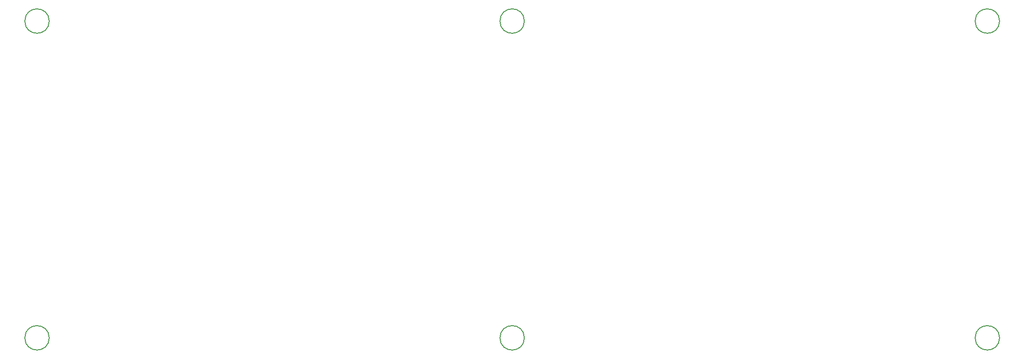
<source format=gbr>
%TF.GenerationSoftware,KiCad,Pcbnew,7.0.10*%
%TF.CreationDate,2024-03-15T21:20:40+01:00*%
%TF.ProjectId,katana60-pro-plate,6b617461-6e61-4363-902d-70726f2d706c,rev?*%
%TF.SameCoordinates,Original*%
%TF.FileFunction,Other,Comment*%
%FSLAX46Y46*%
G04 Gerber Fmt 4.6, Leading zero omitted, Abs format (unit mm)*
G04 Created by KiCad (PCBNEW 7.0.10) date 2024-03-15 21:20:40*
%MOMM*%
%LPD*%
G01*
G04 APERTURE LIST*
%ADD10C,0.150000*%
G04 APERTURE END LIST*
D10*
%TO.C,H6*%
X294300000Y-147637500D02*
G75*
G03*
X289900000Y-147637500I-2200000J0D01*
G01*
X289900000Y-147637500D02*
G75*
G03*
X294300000Y-147637500I2200000J0D01*
G01*
%TO.C,H1*%
X122850000Y-90487500D02*
G75*
G03*
X118450000Y-90487500I-2200000J0D01*
G01*
X118450000Y-90487500D02*
G75*
G03*
X122850000Y-90487500I2200000J0D01*
G01*
%TO.C,H4*%
X122850000Y-147637500D02*
G75*
G03*
X118450000Y-147637500I-2200000J0D01*
G01*
X118450000Y-147637500D02*
G75*
G03*
X122850000Y-147637500I2200000J0D01*
G01*
%TO.C,H3*%
X294300000Y-90487500D02*
G75*
G03*
X289900000Y-90487500I-2200000J0D01*
G01*
X289900000Y-90487500D02*
G75*
G03*
X294300000Y-90487500I2200000J0D01*
G01*
%TO.C,H5*%
X208575000Y-147637500D02*
G75*
G03*
X204175000Y-147637500I-2200000J0D01*
G01*
X204175000Y-147637500D02*
G75*
G03*
X208575000Y-147637500I2200000J0D01*
G01*
%TO.C,H2*%
X208575000Y-90487500D02*
G75*
G03*
X204175000Y-90487500I-2200000J0D01*
G01*
X204175000Y-90487500D02*
G75*
G03*
X208575000Y-90487500I2200000J0D01*
G01*
%TD*%
M02*

</source>
